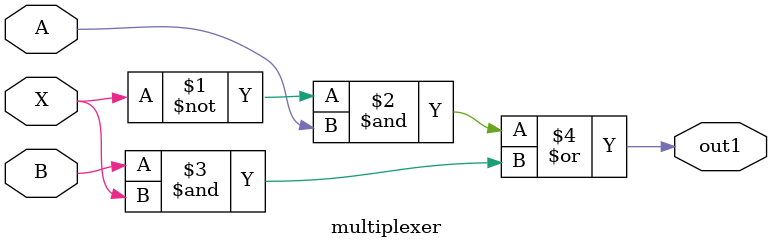
<source format=v>
module multiplexer(A,B,X,out1);
input A,B,X;
output out1;

assign out1 = (~X&A)|(B&X);

endmodule


</source>
